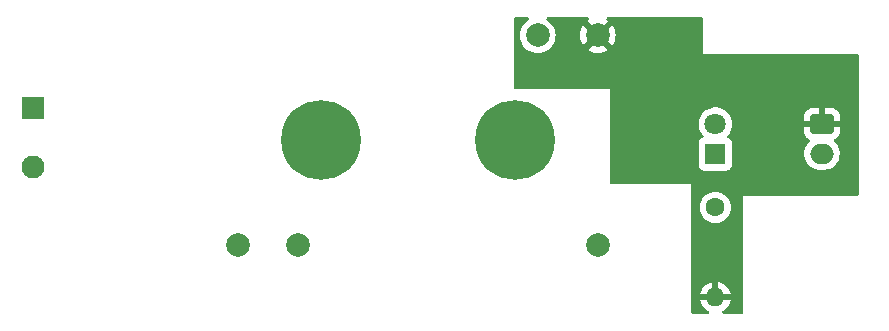
<source format=gbl>
G04 #@! TF.GenerationSoftware,KiCad,Pcbnew,(6.0.9)*
G04 #@! TF.CreationDate,2022-11-27T02:50:24+01:00*
G04 #@! TF.ProjectId,ll-irm-psu-board,6c6c2d69-726d-42d7-9073-752d626f6172,0.1*
G04 #@! TF.SameCoordinates,Original*
G04 #@! TF.FileFunction,Copper,L2,Bot*
G04 #@! TF.FilePolarity,Positive*
%FSLAX46Y46*%
G04 Gerber Fmt 4.6, Leading zero omitted, Abs format (unit mm)*
G04 Created by KiCad (PCBNEW (6.0.9)) date 2022-11-27 02:50:24*
%MOMM*%
%LPD*%
G01*
G04 APERTURE LIST*
G04 Aperture macros list*
%AMRoundRect*
0 Rectangle with rounded corners*
0 $1 Rounding radius*
0 $2 $3 $4 $5 $6 $7 $8 $9 X,Y pos of 4 corners*
0 Add a 4 corners polygon primitive as box body*
4,1,4,$2,$3,$4,$5,$6,$7,$8,$9,$2,$3,0*
0 Add four circle primitives for the rounded corners*
1,1,$1+$1,$2,$3*
1,1,$1+$1,$4,$5*
1,1,$1+$1,$6,$7*
1,1,$1+$1,$8,$9*
0 Add four rect primitives between the rounded corners*
20,1,$1+$1,$2,$3,$4,$5,0*
20,1,$1+$1,$4,$5,$6,$7,0*
20,1,$1+$1,$6,$7,$8,$9,0*
20,1,$1+$1,$8,$9,$2,$3,0*%
G04 Aperture macros list end*
G04 #@! TA.AperFunction,ComponentPad*
%ADD10RoundRect,0.250000X-0.750000X0.600000X-0.750000X-0.600000X0.750000X-0.600000X0.750000X0.600000X0*%
G04 #@! TD*
G04 #@! TA.AperFunction,ComponentPad*
%ADD11O,2.000000X1.700000*%
G04 #@! TD*
G04 #@! TA.AperFunction,ComponentPad*
%ADD12R,1.800000X1.800000*%
G04 #@! TD*
G04 #@! TA.AperFunction,ComponentPad*
%ADD13C,1.800000*%
G04 #@! TD*
G04 #@! TA.AperFunction,ComponentPad*
%ADD14C,6.750000*%
G04 #@! TD*
G04 #@! TA.AperFunction,ComponentPad*
%ADD15C,2.000000*%
G04 #@! TD*
G04 #@! TA.AperFunction,ComponentPad*
%ADD16R,1.950000X1.950000*%
G04 #@! TD*
G04 #@! TA.AperFunction,ComponentPad*
%ADD17C,1.950000*%
G04 #@! TD*
G04 #@! TA.AperFunction,ComponentPad*
%ADD18C,1.600000*%
G04 #@! TD*
G04 #@! TA.AperFunction,ComponentPad*
%ADD19O,1.600000X1.600000*%
G04 #@! TD*
G04 APERTURE END LIST*
D10*
X135375000Y-60900000D03*
D11*
X135375000Y-63400000D03*
D12*
X126350000Y-63425000D03*
D13*
X126350000Y-60885000D03*
D14*
X109370000Y-62250000D03*
X92930000Y-62250000D03*
D15*
X111310000Y-53370000D03*
X116390000Y-53370000D03*
X116390000Y-71150000D03*
X90990000Y-71150000D03*
X85910000Y-71150000D03*
D16*
X68550000Y-59550000D03*
D17*
X68550000Y-64550000D03*
D18*
X126350000Y-67940000D03*
D19*
X126350000Y-75560000D03*
G04 #@! TA.AperFunction,Conductor*
G36*
X110524682Y-51870002D02*
G01*
X110571175Y-51923658D01*
X110581279Y-51993932D01*
X110551785Y-52058512D01*
X110522396Y-52083432D01*
X110424807Y-52143235D01*
X110424797Y-52143242D01*
X110420584Y-52145824D01*
X110240031Y-52300031D01*
X110085824Y-52480584D01*
X110083245Y-52484792D01*
X110083241Y-52484798D01*
X109964346Y-52678817D01*
X109961760Y-52683037D01*
X109959867Y-52687607D01*
X109959865Y-52687611D01*
X109872789Y-52897833D01*
X109870895Y-52902406D01*
X109815465Y-53133289D01*
X109796835Y-53370000D01*
X109815465Y-53606711D01*
X109870895Y-53837594D01*
X109872788Y-53842165D01*
X109872789Y-53842167D01*
X109959772Y-54052163D01*
X109961760Y-54056963D01*
X109964346Y-54061183D01*
X110083241Y-54255202D01*
X110083245Y-54255208D01*
X110085824Y-54259416D01*
X110240031Y-54439969D01*
X110420584Y-54594176D01*
X110424792Y-54596755D01*
X110424798Y-54596759D01*
X110618084Y-54715205D01*
X110623037Y-54718240D01*
X110627607Y-54720133D01*
X110627611Y-54720135D01*
X110837833Y-54807211D01*
X110842406Y-54809105D01*
X110922609Y-54828360D01*
X111068476Y-54863380D01*
X111068482Y-54863381D01*
X111073289Y-54864535D01*
X111310000Y-54883165D01*
X111546711Y-54864535D01*
X111551518Y-54863381D01*
X111551524Y-54863380D01*
X111697391Y-54828360D01*
X111777594Y-54809105D01*
X111782167Y-54807211D01*
X111992389Y-54720135D01*
X111992393Y-54720133D01*
X111996963Y-54718240D01*
X112001916Y-54715205D01*
X112185556Y-54602670D01*
X115522160Y-54602670D01*
X115527887Y-54610320D01*
X115699042Y-54715205D01*
X115707837Y-54719687D01*
X115917988Y-54806734D01*
X115927373Y-54809783D01*
X116148554Y-54862885D01*
X116158301Y-54864428D01*
X116385070Y-54882275D01*
X116394930Y-54882275D01*
X116621699Y-54864428D01*
X116631446Y-54862885D01*
X116852627Y-54809783D01*
X116862012Y-54806734D01*
X117072163Y-54719687D01*
X117080958Y-54715205D01*
X117248445Y-54612568D01*
X117257907Y-54602110D01*
X117254124Y-54593334D01*
X116402812Y-53742022D01*
X116388868Y-53734408D01*
X116387035Y-53734539D01*
X116380420Y-53738790D01*
X115528920Y-54590290D01*
X115522160Y-54602670D01*
X112185556Y-54602670D01*
X112195202Y-54596759D01*
X112195208Y-54596755D01*
X112199416Y-54594176D01*
X112379969Y-54439969D01*
X112534176Y-54259416D01*
X112536755Y-54255208D01*
X112536759Y-54255202D01*
X112655654Y-54061183D01*
X112658240Y-54056963D01*
X112660229Y-54052163D01*
X112747211Y-53842167D01*
X112747212Y-53842165D01*
X112749105Y-53837594D01*
X112804535Y-53606711D01*
X112822777Y-53374930D01*
X114877725Y-53374930D01*
X114895572Y-53601699D01*
X114897115Y-53611446D01*
X114950217Y-53832627D01*
X114953266Y-53842012D01*
X115040313Y-54052163D01*
X115044795Y-54060958D01*
X115147432Y-54228445D01*
X115157890Y-54237907D01*
X115166666Y-54234124D01*
X116017978Y-53382812D01*
X116024356Y-53371132D01*
X116754408Y-53371132D01*
X116754539Y-53372965D01*
X116758790Y-53379580D01*
X117610290Y-54231080D01*
X117622670Y-54237840D01*
X117630320Y-54232113D01*
X117735205Y-54060958D01*
X117739687Y-54052163D01*
X117826734Y-53842012D01*
X117829783Y-53832627D01*
X117882885Y-53611446D01*
X117884428Y-53601699D01*
X117902275Y-53374930D01*
X117902275Y-53365070D01*
X117884428Y-53138301D01*
X117882885Y-53128554D01*
X117829783Y-52907373D01*
X117826734Y-52897988D01*
X117739687Y-52687837D01*
X117735205Y-52679042D01*
X117632568Y-52511555D01*
X117622110Y-52502093D01*
X117613334Y-52505876D01*
X116762022Y-53357188D01*
X116754408Y-53371132D01*
X116024356Y-53371132D01*
X116025592Y-53368868D01*
X116025461Y-53367035D01*
X116021210Y-53360420D01*
X115169710Y-52508920D01*
X115157330Y-52502160D01*
X115149680Y-52507887D01*
X115044795Y-52679042D01*
X115040313Y-52687837D01*
X114953266Y-52897988D01*
X114950217Y-52907373D01*
X114897115Y-53128554D01*
X114895572Y-53138301D01*
X114877725Y-53365070D01*
X114877725Y-53374930D01*
X112822777Y-53374930D01*
X112823165Y-53370000D01*
X112804535Y-53133289D01*
X112749105Y-52902406D01*
X112747211Y-52897833D01*
X112660135Y-52687611D01*
X112660133Y-52687607D01*
X112658240Y-52683037D01*
X112655654Y-52678817D01*
X112536759Y-52484798D01*
X112536755Y-52484792D01*
X112534176Y-52480584D01*
X112379969Y-52300031D01*
X112199416Y-52145824D01*
X112195203Y-52143242D01*
X112195193Y-52143235D01*
X112097604Y-52083432D01*
X112049973Y-52030785D01*
X112038366Y-51960743D01*
X112066469Y-51895546D01*
X112125360Y-51855892D01*
X112163439Y-51850000D01*
X115537521Y-51850000D01*
X115605642Y-51870002D01*
X115652135Y-51923658D01*
X115662239Y-51993932D01*
X115632745Y-52058512D01*
X115603356Y-52083432D01*
X115531555Y-52127432D01*
X115522093Y-52137890D01*
X115525876Y-52146666D01*
X116377188Y-52997978D01*
X116391132Y-53005592D01*
X116392965Y-53005461D01*
X116399580Y-53001210D01*
X117251080Y-52149710D01*
X117257840Y-52137330D01*
X117252113Y-52129680D01*
X117176644Y-52083432D01*
X117129013Y-52030785D01*
X117117406Y-51960743D01*
X117145509Y-51895546D01*
X117204400Y-51855892D01*
X117242479Y-51850000D01*
X125174000Y-51850000D01*
X125242121Y-51870002D01*
X125288614Y-51923658D01*
X125300000Y-51976000D01*
X125300000Y-54950000D01*
X138374000Y-54950000D01*
X138442121Y-54970002D01*
X138488614Y-55023658D01*
X138500000Y-55076000D01*
X138500000Y-66824000D01*
X138479998Y-66892121D01*
X138426342Y-66938614D01*
X138374000Y-66950000D01*
X128700000Y-66950000D01*
X128700000Y-76824000D01*
X128679998Y-76892121D01*
X128626342Y-76938614D01*
X128574000Y-76950000D01*
X127032476Y-76950000D01*
X126964355Y-76929998D01*
X126917862Y-76876342D01*
X126907758Y-76806068D01*
X126937252Y-76741488D01*
X126979227Y-76709805D01*
X127001507Y-76699416D01*
X127011007Y-76693931D01*
X127189467Y-76568972D01*
X127197875Y-76561916D01*
X127351916Y-76407875D01*
X127358972Y-76399467D01*
X127483931Y-76221007D01*
X127489414Y-76211511D01*
X127581490Y-76014053D01*
X127585236Y-76003761D01*
X127631394Y-75831497D01*
X127631058Y-75817401D01*
X127623116Y-75814000D01*
X125082033Y-75814000D01*
X125068502Y-75817973D01*
X125067273Y-75826522D01*
X125114764Y-76003761D01*
X125118510Y-76014053D01*
X125210586Y-76211511D01*
X125216069Y-76221007D01*
X125341028Y-76399467D01*
X125348084Y-76407875D01*
X125502125Y-76561916D01*
X125510533Y-76568972D01*
X125688993Y-76693931D01*
X125698493Y-76699416D01*
X125720773Y-76709805D01*
X125774059Y-76756722D01*
X125793520Y-76824999D01*
X125772978Y-76892959D01*
X125718956Y-76939025D01*
X125667524Y-76950000D01*
X124426000Y-76950000D01*
X124357879Y-76929998D01*
X124311386Y-76876342D01*
X124300000Y-76824000D01*
X124300000Y-75288503D01*
X125068606Y-75288503D01*
X125068942Y-75302599D01*
X125076884Y-75306000D01*
X126077885Y-75306000D01*
X126093124Y-75301525D01*
X126094329Y-75300135D01*
X126096000Y-75292452D01*
X126096000Y-75287885D01*
X126604000Y-75287885D01*
X126608475Y-75303124D01*
X126609865Y-75304329D01*
X126617548Y-75306000D01*
X127617967Y-75306000D01*
X127631498Y-75302027D01*
X127632727Y-75293478D01*
X127585236Y-75116239D01*
X127581490Y-75105947D01*
X127489414Y-74908489D01*
X127483931Y-74898993D01*
X127358972Y-74720533D01*
X127351916Y-74712125D01*
X127197875Y-74558084D01*
X127189467Y-74551028D01*
X127011007Y-74426069D01*
X127001511Y-74420586D01*
X126804053Y-74328510D01*
X126793761Y-74324764D01*
X126621497Y-74278606D01*
X126607401Y-74278942D01*
X126604000Y-74286884D01*
X126604000Y-75287885D01*
X126096000Y-75287885D01*
X126096000Y-74292033D01*
X126092027Y-74278502D01*
X126083478Y-74277273D01*
X125906239Y-74324764D01*
X125895947Y-74328510D01*
X125698489Y-74420586D01*
X125688993Y-74426069D01*
X125510533Y-74551028D01*
X125502125Y-74558084D01*
X125348084Y-74712125D01*
X125341028Y-74720533D01*
X125216069Y-74898993D01*
X125210586Y-74908489D01*
X125118510Y-75105947D01*
X125114764Y-75116239D01*
X125068606Y-75288503D01*
X124300000Y-75288503D01*
X124300000Y-67940000D01*
X125036502Y-67940000D01*
X125056457Y-68168087D01*
X125115716Y-68389243D01*
X125118039Y-68394224D01*
X125118039Y-68394225D01*
X125210151Y-68591762D01*
X125210154Y-68591767D01*
X125212477Y-68596749D01*
X125343802Y-68784300D01*
X125505700Y-68946198D01*
X125510208Y-68949355D01*
X125510211Y-68949357D01*
X125588389Y-69004098D01*
X125693251Y-69077523D01*
X125698233Y-69079846D01*
X125698238Y-69079849D01*
X125895775Y-69171961D01*
X125900757Y-69174284D01*
X125906065Y-69175706D01*
X125906067Y-69175707D01*
X126116598Y-69232119D01*
X126116600Y-69232119D01*
X126121913Y-69233543D01*
X126350000Y-69253498D01*
X126578087Y-69233543D01*
X126583400Y-69232119D01*
X126583402Y-69232119D01*
X126793933Y-69175707D01*
X126793935Y-69175706D01*
X126799243Y-69174284D01*
X126804225Y-69171961D01*
X127001762Y-69079849D01*
X127001767Y-69079846D01*
X127006749Y-69077523D01*
X127111611Y-69004098D01*
X127189789Y-68949357D01*
X127189792Y-68949355D01*
X127194300Y-68946198D01*
X127356198Y-68784300D01*
X127487523Y-68596749D01*
X127489846Y-68591767D01*
X127489849Y-68591762D01*
X127581961Y-68394225D01*
X127581961Y-68394224D01*
X127584284Y-68389243D01*
X127643543Y-68168087D01*
X127663498Y-67940000D01*
X127643543Y-67711913D01*
X127584284Y-67490757D01*
X127581961Y-67485775D01*
X127489849Y-67288238D01*
X127489846Y-67288233D01*
X127487523Y-67283251D01*
X127356198Y-67095700D01*
X127194300Y-66933802D01*
X127189792Y-66930645D01*
X127189789Y-66930643D01*
X127111611Y-66875902D01*
X127006749Y-66802477D01*
X127001767Y-66800154D01*
X127001762Y-66800151D01*
X126804225Y-66708039D01*
X126804224Y-66708039D01*
X126799243Y-66705716D01*
X126793935Y-66704294D01*
X126793933Y-66704293D01*
X126583402Y-66647881D01*
X126583400Y-66647881D01*
X126578087Y-66646457D01*
X126350000Y-66626502D01*
X126121913Y-66646457D01*
X126116600Y-66647881D01*
X126116598Y-66647881D01*
X125906067Y-66704293D01*
X125906065Y-66704294D01*
X125900757Y-66705716D01*
X125895776Y-66708039D01*
X125895775Y-66708039D01*
X125698238Y-66800151D01*
X125698233Y-66800154D01*
X125693251Y-66802477D01*
X125588389Y-66875902D01*
X125510211Y-66930643D01*
X125510208Y-66930645D01*
X125505700Y-66933802D01*
X125343802Y-67095700D01*
X125212477Y-67283251D01*
X125210154Y-67288233D01*
X125210151Y-67288238D01*
X125118039Y-67485775D01*
X125115716Y-67490757D01*
X125056457Y-67711913D01*
X125036502Y-67940000D01*
X124300000Y-67940000D01*
X124300000Y-65950000D01*
X117526000Y-65950000D01*
X117457879Y-65929998D01*
X117411386Y-65876342D01*
X117400000Y-65824000D01*
X117400000Y-60850469D01*
X124937095Y-60850469D01*
X124937392Y-60855622D01*
X124937392Y-60855625D01*
X124943067Y-60954041D01*
X124950427Y-61081697D01*
X124951564Y-61086743D01*
X124951565Y-61086749D01*
X124983741Y-61229523D01*
X125001346Y-61307642D01*
X125003288Y-61312424D01*
X125003289Y-61312428D01*
X125061108Y-61454819D01*
X125088484Y-61522237D01*
X125209501Y-61719719D01*
X125212882Y-61723622D01*
X125321304Y-61848788D01*
X125350786Y-61913373D01*
X125340671Y-61983646D01*
X125294170Y-62037294D01*
X125270296Y-62049267D01*
X125252123Y-62056080D01*
X125203295Y-62074385D01*
X125086739Y-62161739D01*
X124999385Y-62278295D01*
X124948255Y-62414684D01*
X124941500Y-62476866D01*
X124941500Y-64373134D01*
X124948255Y-64435316D01*
X124999385Y-64571705D01*
X125086739Y-64688261D01*
X125203295Y-64775615D01*
X125339684Y-64826745D01*
X125401866Y-64833500D01*
X127298134Y-64833500D01*
X127360316Y-64826745D01*
X127496705Y-64775615D01*
X127613261Y-64688261D01*
X127700615Y-64571705D01*
X127751745Y-64435316D01*
X127758500Y-64373134D01*
X127758500Y-63335774D01*
X133863102Y-63335774D01*
X133871751Y-63566158D01*
X133919093Y-63791791D01*
X134003776Y-64006221D01*
X134123377Y-64203317D01*
X134126874Y-64207347D01*
X134213438Y-64307103D01*
X134274477Y-64377445D01*
X134278608Y-64380832D01*
X134448627Y-64520240D01*
X134448633Y-64520244D01*
X134452755Y-64523624D01*
X134457391Y-64526263D01*
X134457394Y-64526265D01*
X134537221Y-64571705D01*
X134653114Y-64637675D01*
X134869825Y-64716337D01*
X134875074Y-64717286D01*
X134875077Y-64717287D01*
X135092608Y-64756623D01*
X135092615Y-64756624D01*
X135096692Y-64757361D01*
X135114414Y-64758197D01*
X135119356Y-64758430D01*
X135119363Y-64758430D01*
X135120844Y-64758500D01*
X135582890Y-64758500D01*
X135649809Y-64752822D01*
X135749409Y-64744371D01*
X135749413Y-64744370D01*
X135754720Y-64743920D01*
X135759875Y-64742582D01*
X135759881Y-64742581D01*
X135972703Y-64687343D01*
X135972707Y-64687342D01*
X135977872Y-64686001D01*
X135982738Y-64683809D01*
X135982741Y-64683808D01*
X136183202Y-64593507D01*
X136188075Y-64591312D01*
X136379319Y-64462559D01*
X136384041Y-64458055D01*
X136542278Y-64307103D01*
X136546135Y-64303424D01*
X136683754Y-64118458D01*
X136788240Y-63912949D01*
X136824321Y-63796752D01*
X136855024Y-63697871D01*
X136856607Y-63692773D01*
X136857308Y-63687484D01*
X136886198Y-63469511D01*
X136886198Y-63469506D01*
X136886898Y-63464226D01*
X136885940Y-63438693D01*
X136878449Y-63239173D01*
X136878249Y-63233842D01*
X136830907Y-63008209D01*
X136746224Y-62793779D01*
X136626623Y-62596683D01*
X136539755Y-62496576D01*
X136479023Y-62426588D01*
X136479021Y-62426586D01*
X136475523Y-62422555D01*
X136439471Y-62392994D01*
X136399476Y-62334334D01*
X136397545Y-62263364D01*
X136434290Y-62202616D01*
X136453059Y-62188416D01*
X136592807Y-62101937D01*
X136604208Y-62092901D01*
X136718739Y-61978171D01*
X136727751Y-61966760D01*
X136812816Y-61828757D01*
X136818963Y-61815576D01*
X136870138Y-61661290D01*
X136873005Y-61647914D01*
X136882672Y-61553562D01*
X136883000Y-61547146D01*
X136883000Y-61172115D01*
X136878525Y-61156876D01*
X136877135Y-61155671D01*
X136869452Y-61154000D01*
X133885116Y-61154000D01*
X133869877Y-61158475D01*
X133868672Y-61159865D01*
X133867001Y-61167548D01*
X133867001Y-61547095D01*
X133867338Y-61553614D01*
X133877257Y-61649206D01*
X133880149Y-61662600D01*
X133931588Y-61816784D01*
X133937761Y-61829962D01*
X134023063Y-61967807D01*
X134032099Y-61979208D01*
X134146829Y-62093739D01*
X134158243Y-62102753D01*
X134297713Y-62188723D01*
X134345207Y-62241495D01*
X134356631Y-62311566D01*
X134328357Y-62376690D01*
X134318574Y-62387149D01*
X134203865Y-62496576D01*
X134066246Y-62681542D01*
X133961760Y-62887051D01*
X133960178Y-62892145D01*
X133960177Y-62892148D01*
X133920916Y-63018589D01*
X133893393Y-63107227D01*
X133892692Y-63112516D01*
X133877304Y-63228623D01*
X133863102Y-63335774D01*
X127758500Y-63335774D01*
X127758500Y-62476866D01*
X127751745Y-62414684D01*
X127700615Y-62278295D01*
X127613261Y-62161739D01*
X127496705Y-62074385D01*
X127488296Y-62071233D01*
X127488295Y-62071232D01*
X127429804Y-62049305D01*
X127373039Y-62006664D01*
X127348339Y-61940103D01*
X127363546Y-61870754D01*
X127385093Y-61842073D01*
X127422636Y-61804660D01*
X127422640Y-61804655D01*
X127426303Y-61801005D01*
X127561458Y-61612917D01*
X127608641Y-61517450D01*
X127661784Y-61409922D01*
X127661785Y-61409920D01*
X127664078Y-61405280D01*
X127731408Y-61183671D01*
X127761640Y-60954041D01*
X127763327Y-60885000D01*
X127757032Y-60808434D01*
X127744773Y-60659318D01*
X127744772Y-60659312D01*
X127744349Y-60654167D01*
X127737747Y-60627885D01*
X133867000Y-60627885D01*
X133871475Y-60643124D01*
X133872865Y-60644329D01*
X133880548Y-60646000D01*
X135102885Y-60646000D01*
X135118124Y-60641525D01*
X135119329Y-60640135D01*
X135121000Y-60632452D01*
X135121000Y-60627885D01*
X135629000Y-60627885D01*
X135633475Y-60643124D01*
X135634865Y-60644329D01*
X135642548Y-60646000D01*
X136864884Y-60646000D01*
X136880123Y-60641525D01*
X136881328Y-60640135D01*
X136882999Y-60632452D01*
X136882999Y-60252905D01*
X136882662Y-60246386D01*
X136872743Y-60150794D01*
X136869851Y-60137400D01*
X136818412Y-59983216D01*
X136812239Y-59970038D01*
X136726937Y-59832193D01*
X136717901Y-59820792D01*
X136603171Y-59706261D01*
X136591760Y-59697249D01*
X136453757Y-59612184D01*
X136440576Y-59606037D01*
X136286290Y-59554862D01*
X136272914Y-59551995D01*
X136178562Y-59542328D01*
X136172145Y-59542000D01*
X135647115Y-59542000D01*
X135631876Y-59546475D01*
X135630671Y-59547865D01*
X135629000Y-59555548D01*
X135629000Y-60627885D01*
X135121000Y-60627885D01*
X135121000Y-59560116D01*
X135116525Y-59544877D01*
X135115135Y-59543672D01*
X135107452Y-59542001D01*
X134577905Y-59542001D01*
X134571386Y-59542338D01*
X134475794Y-59552257D01*
X134462400Y-59555149D01*
X134308216Y-59606588D01*
X134295038Y-59612761D01*
X134157193Y-59698063D01*
X134145792Y-59707099D01*
X134031261Y-59821829D01*
X134022249Y-59833240D01*
X133937184Y-59971243D01*
X133931037Y-59984424D01*
X133879862Y-60138710D01*
X133876995Y-60152086D01*
X133867328Y-60246438D01*
X133867000Y-60252855D01*
X133867000Y-60627885D01*
X127737747Y-60627885D01*
X127687925Y-60429533D01*
X127685866Y-60424797D01*
X127597630Y-60221868D01*
X127597628Y-60221865D01*
X127595570Y-60217131D01*
X127469764Y-60022665D01*
X127434968Y-59984424D01*
X127420134Y-59968122D01*
X127313887Y-59851358D01*
X127309836Y-59848159D01*
X127309832Y-59848155D01*
X127136177Y-59711011D01*
X127136172Y-59711008D01*
X127132123Y-59707810D01*
X127127607Y-59705317D01*
X127127604Y-59705315D01*
X126933879Y-59598373D01*
X126933875Y-59598371D01*
X126929355Y-59595876D01*
X126924486Y-59594152D01*
X126924482Y-59594150D01*
X126715903Y-59520288D01*
X126715899Y-59520287D01*
X126711028Y-59518562D01*
X126705935Y-59517655D01*
X126705932Y-59517654D01*
X126488095Y-59478851D01*
X126488089Y-59478850D01*
X126483006Y-59477945D01*
X126410096Y-59477054D01*
X126256581Y-59475179D01*
X126256579Y-59475179D01*
X126251411Y-59475116D01*
X126022464Y-59510150D01*
X125802314Y-59582106D01*
X125797726Y-59584494D01*
X125797722Y-59584496D01*
X125601461Y-59686663D01*
X125596872Y-59689052D01*
X125592739Y-59692155D01*
X125592736Y-59692157D01*
X125415790Y-59825012D01*
X125411655Y-59828117D01*
X125408083Y-59831855D01*
X125262285Y-59984424D01*
X125251639Y-59995564D01*
X125248725Y-59999836D01*
X125248724Y-59999837D01*
X125233152Y-60022665D01*
X125121119Y-60186899D01*
X125023602Y-60396981D01*
X124961707Y-60620169D01*
X124937095Y-60850469D01*
X117400000Y-60850469D01*
X117400000Y-57950000D01*
X109426000Y-57950000D01*
X109357879Y-57929998D01*
X109311386Y-57876342D01*
X109300000Y-57824000D01*
X109300000Y-51976000D01*
X109320002Y-51907879D01*
X109373658Y-51861386D01*
X109426000Y-51850000D01*
X110456561Y-51850000D01*
X110524682Y-51870002D01*
G37*
G04 #@! TD.AperFunction*
M02*

</source>
